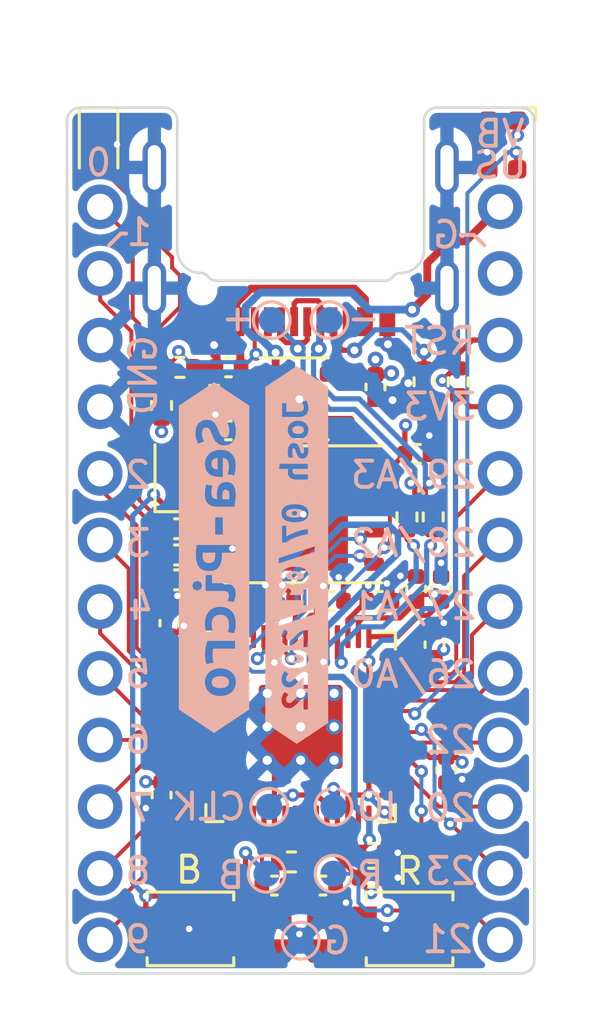
<source format=kicad_pcb>
(kicad_pcb (version 20211014) (generator pcbnew)
  (title_block (title "Sea Micro") (date "2020-12-11") (rev "0.3") (company "Josh Johnson and Custom KBD"))
  (layers (0 "F.Cu" signal) (1 "In1.Cu" signal) (2 "In2.Cu" signal) (31 "B.Cu" signal) (34 "B.Paste" user) (35 "F.Paste" user) (36 "B.SilkS" user "B.Silkscreen") (37 "F.SilkS" user "F.Silkscreen") (38 "B.Mask" user) (39 "F.Mask" user) (44 "Edge.Cuts" user))
  (net 0 "")
  (net 1 "GND")
  (net 4 "+5V")
  (net 5 "VBUS")
  (net 6 "Net-(D2-Pad2)")
  (net 7 "+3V3")
  (net 8 "Net-(J1-PadA5)")
  (net 9 "Net-(J1-PadB5)")
  (net 10 "/nRST")
  (net 11 "Net-(C6-Pad2)")
  (net 12 "Net-(C7-Pad2)")
  (net 13 "+1V1")
  (net 14 "Net-(D1-Pad2)")
  (net 16 "/LED_DO")
  (net 17 "/9")
  (net 18 "/8")
  (net 19 "/7")
  (net 20 "/6")
  (net 21 "/5")
  (net 22 "/4")
  (net 23 "/3_SCL1")
  (net 24 "/2_SDA1")
  (net 25 "/1_RX0")
  (net 26 "/0_TX0")
  (net 27 "/A3")
  (net 28 "/A2")
  (net 29 "/A1")
  (net 30 "/A0")
  (net 31 "/22_SCK")
  (net 32 "/20_MISO")
  (net 33 "/23_MOSI")
  (net 34 "/21_nCS")
  (net 35 "/FLASH_nCS")
  (net 36 "Net-(R4-Pad2)")
  (net 37 "/USB+")
  (net 38 "/USB-")
  (net 39 "Net-(R9-Pad2)")
  (net 40 "/SWDCLK")
  (net 41 "/SWDIO")
  (net 43 "/FLASH_SD1")
  (net 44 "/FLASH_SD2")
  (net 45 "/FLASH_SD0")
  (net 46 "/FLASH_SCK")
  (net 47 "/FLASH_SD3")
  (net 59 "/D+")
  (net 60 "/D-")
  (net 61 "Net-(R10-Pad1)")
  (footprint "josh-connectors:USB_C_TYPE-C-31-M-14" (layer "F.Cu") (at 126.2 80.1 180)
    (fp_text reference "J1" hide)
    (fp_text value "USB_C_Receptacle_USB2.0")
    (fp_line (start -3.2 -1.3) (end 3.2 -1.3) (layer "Edge.Cuts") (width 0.1))
    (fp_line (start -4.70304 4.296872) (end -4.70304 -0.103128) (layer "Edge.Cuts") (width 0.1))
    (fp_line (start 4.70304 4.296872) (end 4.70304 -0.103128) (layer "Edge.Cuts") (width 0.1))
    (fp_arc (start 3.2 -1.3) (mid 3.388713 -1.252686) (end 3.532782 -1.121938) (layer "Edge.Cuts") (width 0.1))
    (fp_arc (start 3.80304 -1.003128) (mid 3.657195 -1.038158) (end 3.532782 -1.121938) (layer "Edge.Cuts") (width 0.1))
    (fp_arc (start -3.532782 -1.121938) (mid -3.657195 -1.038158) (end -3.80304 -1.003128) (layer "Edge.Cuts") (width 0.1))
    (fp_arc (start -3.532782 -1.121938) (mid -3.388713 -1.252687) (end -3.2 -1.3) (layer "Edge.Cuts") (width 0.1))
    (fp_arc (start -4.70304 -0.103128) (mid -4.439436 -0.739524) (end -3.80304 -1.003128) (layer "Edge.Cuts") (width 0.1))
    (fp_arc (start 3.80304 -1.003128) (mid 4.439436 -0.739524) (end 4.70304 -0.103128) (layer "Edge.Cuts") (width 0.1))
  )
  (footprint "josh-connectors:Castellated_Short_P2.54x12" (layer "F.Cu") (at 133.8 78.58)
    (fp_text reference "J3" hide)
    (fp_text value "0.1\" x 12")
  )
  (footprint "josh-connectors:Castellated_Short_P2.54x12" (layer "F.Cu") (at 118.56 106.52 180)
    (fp_text reference "J2" hide)
    (fp_text value "0.1\" x 12")
  )
  (footprint "Button_Switch_SMD:SW_SPST_B3U-1000P" (layer "F.Cu") (at 130.35 106.1 180)
    (fp_text reference "SW2" hide)
    (fp_text value "RESET")
  )
  (footprint "Capacitor_SMD:C_0402_1005Metric" (layer "F.Cu") (at 131.55 93.15 90)
    (fp_text reference "C10" hide)
    (fp_text value "100n")
  )
  (footprint "Capacitor_SMD:C_0402_1005Metric" (layer "F.Cu") (at 128.9 104.15)
    (fp_text reference "C8" hide)
    (fp_text value "100n")
  )
  (footprint "Capacitor_SMD:C_0402_1005Metric" (layer "F.Cu") (at 120.9 101 -90)
    (fp_text reference "C11" hide)
    (fp_text value "100n")
  )
  (footprint "Package_TO_SOT_SMD:SOT-23-5" (layer "F.Cu") (at 126.45 85.9)
    (fp_text reference "U1" hide)
    (fp_text value "AP2112K-3.3")
  )
  (footprint "Resistor_SMD:R_0402_1005Metric" (layer "F.Cu") (at 121.55 91.85)
    (fp_text reference "R10" hide)
    (fp_text value "5K1")
  )
  (footprint "Resistor_SMD:R_0402_1005Metric" (layer "F.Cu") (at 121.55 92.8 180)
    (fp_text reference "R6" hide)
    (fp_text value "5K1")
  )
  (footprint "Resistor_SMD:R_0402_1005Metric" (layer "F.Cu") (at 125.85 103.55 180)
    (fp_text reference "R9" hide)
    (fp_text value "1K")
  )
  (footprint "Resistor_SMD:R_0402_1005Metric" (layer "F.Cu") (at 130.25 90.4 -90)
    (fp_text reference "R7" hide)
    (fp_text value "27R")
  )
  (footprint "Capacitor_SMD:C_0402_1005Metric" (layer "F.Cu") (at 129.05 85.45 -90)
    (fp_text reference "C2" hide)
    (fp_text value "4u7")
  )
  (footprint "Package_SON:WSON-8-1EP_6x5mm_P1.27mm_EP3.4x4.3mm" (layer "F.Cu") (at 126.3 90.3)
    (fp_text reference "U3" hide)
    (fp_text value "W25Q128JVPIQ")
  )
  (footprint "Resistor_SMD:R_0402_1005Metric" (layer "F.Cu") (at 121.55 90.85 180)
    (fp_text reference "R4" hide)
    (fp_text value "1K")
  )
  (footprint "Capacitor_SMD:C_0402_1005Metric" (layer "F.Cu") (at 121.2 94.45 90)
    (fp_text reference "C15" hide)
    (fp_text value "100n")
  )
  (footprint "Capacitor_SMD:C_0402_1005Metric" (layer "F.Cu") (at 127.05 104.45 180)
    (fp_text reference "C7" hide)
    (fp_text value "15p")
  )
  (footprint "Capacitor_SMD:C_0402_1005Metric" (layer "F.Cu") (at 127.35 93.6 180)
    (fp_text reference "C12" hide)
    (fp_text value "2u2")
  )
  (footprint "Capacitor_SMD:C_0402_1005Metric" (layer "F.Cu") (at 123.45 87.1 180)
    (fp_text reference "C1" hide)
    (fp_text value "4u7")
  )
  (footprint "Resistor_SMD:R_0402_1005Metric" (layer "F.Cu") (at 132.2 85.25 90)
    (fp_text reference "R5" hide)
    (fp_text value "5K1")
  )
  (footprint "Resistor_SMD:R_0402_1005Metric" (layer "F.Cu") (at 130.9 85.25 90)
    (fp_text reference "R1" hide)
    (fp_text value "5K1")
  )
  (footprint "josh-passives-smt:Fuse_0603_1608Metric" (layer "F.Cu") (at 122.9 85.9)
    (fp_text reference "F1" hide)
    (fp_text value "500mA")
  )
  (footprint "Button_Switch_SMD:SW_SPST_B3U-1000P" (layer "F.Cu") (at 122 106.1)
    (fp_text reference "SW1" hide)
    (fp_text value "BOOT")
  )
  (footprint "Capacitor_SMD:C_0402_1005Metric" (layer "F.Cu") (at 125.2 104.45 180)
    (fp_text reference "C6" hide)
    (fp_text value "15p")
  )
  (footprint "josh-dfn-qfn:RP2040-QFN-56" (layer "F.Cu") (at 126.2 98.4)
    (fp_text reference "U4" hide)
    (fp_text value "RP2040")
  )
  (footprint "Resistor_SMD:R_0402_1005Metric" (layer "F.Cu") (at 120.9 86.15 90)
    (fp_text reference "R3" hide)
    (fp_text value "1K")
  )
  (footprint "Capacitor_SMD:C_0402_1005Metric" (layer "F.Cu") (at 130.65 88)
    (fp_text reference "C4" hide)
    (fp_text value "100n")
  )
  (footprint "Capacitor_SMD:C_0402_1005Metric" (layer "F.Cu") (at 129.2 93.6)
    (fp_text reference "C9" hide)
    (fp_text value "2u2")
  )
  (footprint "Capacitor_SMD:C_0402_1005Metric" (layer "F.Cu") (at 128.9 103.2)
    (fp_text reference "C17" hide)
    (fp_text value "100n")
  )
  (footprint "Capacitor_SMD:C_0402_1005Metric" (layer "F.Cu") (at 131.75 100.05 -90)
    (fp_text reference "C14" hide)
    (fp_text value "100n")
  )
  (footprint "josh-oscillators:Oscillator_SMD_4Pin_2.5x2.0mm" (layer "F.Cu") (at 126.15 106.3 180)
    (fp_text reference "Y1" hide)
    (fp_text value "12MHz")
  )
  (footprint "LED_SMD:LED_0603_1608Metric" (layer "F.Cu") (at 118.5 76.3 -90)
    (fp_text reference "D2" hide)
    (fp_text value "LED")
  )
  (footprint "Resistor_SMD:R_0402_1005Metric" (layer "F.Cu") (at 121.6 84.7 180)
    (fp_text reference "R2" hide)
    (fp_text value "5K1")
  )
  (footprint "Capacitor_SMD:C_0402_1005Metric" (layer "F.Cu") (at 125.45 93.6 180)
    (fp_text reference "C18" hide)
    (fp_text value "100n")
  )
  (footprint "Diode_SMD:D_SOD-323" (layer "F.Cu") (at 121.5 88.7 90)
    (fp_text reference "D1" hide)
    (fp_text value "B5817WS")
  )
  (footprint "Capacitor_SMD:C_0402_1005Metric" (layer "F.Cu") (at 130.6 93.15 90)
    (fp_text reference "C13" hide)
    (fp_text value "100n")
  )
  (footprint "josh-led:WS2812C-2020" (layer "F.Cu") (at 133.9 76.2 90)
    (fp_text reference "D3" hide)
    (fp_text value "WS2812C-2020")
  )
  (footprint "Capacitor_SMD:C_0402_1005Metric" (layer "F.Cu") (at 123.45 84.7 180)
    (fp_text reference "C3" hide)
    (fp_text value "4u7")
  )
  (footprint "Capacitor_SMD:C_0402_1005Metric" (layer "F.Cu") (at 131.3 95.27 90)
    (fp_text reference "C16" hide)
    (fp_text value "100n")
  )
  (footprint "Resistor_SMD:R_0402_1005Metric" (layer "F.Cu") (at 131.25 90.4 -90)
    (fp_text reference "R8" hide)
    (fp_text value "27R")
  )
  (footprint "TestPoint:TestPoint_Pad_D1.0mm" (layer "B.Cu") (at 127.45 104 180)
    (fp_text reference "TP7" hide)
    (fp_text value "nRST")
  )
  (footprint "TestPoint:TestPoint_Pad_D1.0mm" (layer "B.Cu") (at 125 101.45 180)
    (fp_text reference "TP3" hide)
    (fp_text value "SWDCLK")
  )
  (footprint "TestPoint:TestPoint_Pad_D1.0mm" (layer "B.Cu") (at 127.45 101.45 180)
    (fp_text reference "TP4" hide)
    (fp_text value "SWDIO")
  )
  (footprint "TestPoint:TestPoint_Pad_D1.0mm" (layer "B.Cu") (at 127.3 82.9 180)
    (fp_text reference "TP1" hide)
    (fp_text value "-")
  )
  (footprint "TestPoint:TestPoint_Pad_D1.0mm" (layer "B.Cu") (at 124.9 104 180)
    (fp_text reference "TP5" hide)
    (fp_text value "BOOT")
  )
  (footprint "kibuzzard-61D6DCF8" (layer "B.Cu") (at 122.9 91.95 -90)
    (fp_text reference "kibuzzard-61D6DCF8" hide)
    (fp_text value "G***" hide)
  )
  (footprint "TestPoint:TestPoint_Pad_D1.0mm" (layer "B.Cu") (at 126.2 106.55 180)
    (fp_text reference "TP6" hide)
    (fp_text value "GND")
  )
  (footprint "TestPoint:TestPoint_Pad_D1.0mm" (layer "B.Cu") (at 125.1 82.9 180)
    (fp_text reference "TP2" hide)
    (fp_text value "+")
  )
  (footprint "josh-logos:OSHW_Logo_3.6x3.6_F.Mask" (layer "B.Cu") (at 121.95 106 180)
    (fp_text reference "LOGO1" hide)
    (fp_text value "Logo_Open_Hardware_Small" hide)
  )
  (footprint "kibuzzard-61D6E17D" (layer "B.Cu") (at 126.05 91.85 -90)
    (fp_text reference "kibuzzard-61D6E17D" hide)
    (fp_text value "G***" hide)
  )
  (gr_line (start 119.35 79.6) (end 118.9 80.05) (layer "B.SilkS") (width 0.15))
  (gr_line (start 119.35 79.6) (end 119.55 79.6) (layer "B.SilkS") (width 0.15))
  (gr_line (start 132.3 79.65) (end 132.8 79.65) (layer "B.SilkS") (width 0.15))
  (gr_line (start 132.8 79.65) (end 133.2 80.05) (layer "B.SilkS") (width 0.15))
  (gr_line (start 117.3 75.3) (end 117.3 107.3) (layer "Edge.Cuts") (width 0.1))
  (gr_line (start 117.8 107.8) (end 134.6 107.8) (layer "Edge.Cuts") (width 0.1))
  (gr_line (start 131.4 74.8) (end 134.6 74.8) (layer "Edge.Cuts") (width 0.1))
  (gr_line (start 121 74.8) (end 117.8 74.8) (layer "Edge.Cuts") (width 0.1))
  (gr_arc (start 130.9 75.3) (mid 131.046447 74.946447) (end 131.4 74.8) (layer "Edge.Cuts") (width 0.1))
  (gr_line (start 121.49696 75.803128) (end 121.5 75.3) (layer "Edge.Cuts") (width 0.1))
  (gr_line (start 130.90304 75.803128) (end 130.9 75.3) (layer "Edge.Cuts") (width 0.1))
  (gr_arc (start 117.3 75.3) (mid 117.446447 74.946447) (end 117.8 74.8) (layer "Edge.Cuts") (width 0.1))
  (gr_line (start 135.1 107.3) (end 135.1 75.3) (layer "Edge.Cuts") (width 0.1))
  (gr_arc (start 135.1 107.3) (mid 134.953553 107.653553) (end 134.6 107.8) (layer "Edge.Cuts") (width 0.1))
  (gr_arc (start 134.6 74.8) (mid 134.953553 74.946447) (end 135.1 75.3) (layer "Edge.Cuts") (width 0.1))
  (gr_arc (start 117.8 107.8) (mid 117.446447 107.653553) (end 117.3 107.3) (layer "Edge.Cuts") (width 0.1))
  (gr_arc (start 121 74.8) (mid 121.353553 74.946447) (end 121.5 75.3) (layer "Edge.Cuts") (width 0.1))
  (gr_text "23" (at 131.9 103.9) (layer "B.SilkS") (effects (font (size 1 1)) (justify mirror)))
  (gr_text "21" (at 131.8 106.5) (layer "B.SilkS") (effects (font (size 1 1)) (justify mirror)))
  (gr_text "GND" (at 120.2 85 90) (layer "B.SilkS") (effects (font (size 1 1)) (justify mirror)))
  (gr_text "27/A1" (at 130.5 93.8) (layer "B.SilkS") (effects (font (size 1 1)) (justify mirror)))
  (gr_text "G" (at 131.75 79.65) (layer "B.SilkS") (effects (font (size 1 1)) (justify mirror)))
  (gr_text "4" (at 120.1 93.8) (layer "B.SilkS") (effects (font (size 1 1)) (justify mirror)))
  (gr_text "7" (at 120.1 101.5) (layer "B.SilkS") (effects (font (size 1 1)) (justify mirror)))
  (gr_text "9" (at 120 106.5) (layer "B.SilkS") (effects (font (size 1 1)) (justify mirror)))
  (gr_text "1" (at 120.05 79.55) (layer "B.SilkS") (effects (font (size 1 1)) (justify mirror)))
  (gr_text "B" (at 123.55 104.05) (layer "B.SilkS") (effects (font (size 1 1)) (justify mirror)))
  (gr_text "3" (at 120 91.4) (layer "B.SilkS") (effects (font (size 1 1)) (justify mirror)))
  (gr_text "R" (at 128.85 104.05) (layer "B.SilkS") (effects (font (size 1 1)) (justify mirror)))
  (gr_text "US" (at 133.8 77) (layer "B.SilkS") (effects (font (size 1 1)) (justify mirror)))
  (gr_text "28/A2" (at 130.5 91.4) (layer "B.SilkS") (effects (font (size 1 1)) (justify mirror)))
  (gr_text "RST" (at 131.5 83.7) (layer "B.SilkS") (effects (font (size 1 1)) (justify mirror)))
  (gr_text "29/A3" (at 130.5 88.8) (layer "B.SilkS") (effects (font (size 1 1)) (justify mirror)))
  (gr_text "VB" (at 133.8 75.8) (layer "B.SilkS") (effects (font (size 1 1)) (justify mirror)))
  (gr_text "+" (at 123.8 82.8) (layer "B.SilkS") (effects (font (size 1 1)) (justify mirror)))
  (gr_text "CLK" (at 122.7 101.45) (layer "B.SilkS") (effects (font (size 1 1)) (justify mirror)))
  (gr_text "26/A0" (at 130.5 96.4) (layer "B.SilkS") (effects (font (size 1 1)) (justify mirror)))
  (gr_text "IO" (at 129.1 101.45) (layer "B.SilkS") (effects (font (size 1 1)) (justify mirror)))
  (gr_text "5" (at 120 96.4) (layer "B.SilkS") (effects (font (size 1 1)) (justify mirror)))
  (gr_text "G" (at 127.6 106.55) (layer "B.SilkS") (effects (font (size 1 1)) (justify mirror)))
  (gr_text "8" (at 120 103.9) (layer "B.SilkS") (effects (font (size 1 1)) (justify mirror)))
  (gr_text "0" (at 118.5 76.9) (layer "B.SilkS") (effects (font (size 1 1)) (justify mirror)))
  (gr_text "2" (at 120 88.8) (layer "B.SilkS") (effects (font (size 1 1)) (justify mirror)))
  (gr_text "20" (at 131.9 101.5) (layer "B.SilkS") (effects (font (size 1 1)) (justify mirror)))
  (gr_text "-" (at 128.6 82.8) (layer "B.SilkS") (effects (font (size 1 1)) (justify mirror)))
  (gr_text "22" (at 131.9 98.9) (layer "B.SilkS") (effects (font (size 1 1)) (justify mirror)))
  (gr_text "6" (at 120 98.9) (layer "B.SilkS") (effects (font (size 1 1)) (justify mirror)))
  (gr_text "3V3" (at 131.5 86.2) (layer "B.SilkS") (effects (font (size 1 1)) (justify mirror)))
  (gr_text "R" (at 130.35 103.9) (layer "F.SilkS") (effects (font (size 1 1))))
  (gr_text "B" (at 121.95 103.85) (layer "F.SilkS") (effects (font (size 1 1))))
  (segment (start 131.649529 94.440471) (end 131.651967 94.440471) (width 0.2) (layer "F.Cu") (net 1))
  (segment (start 124.97 93.119503) (end 124.850497 93) (width 0.2) (layer "F.Cu") (net 1))
  (segment (start 118.5125 75.5125) (end 119.2 76.2) (width 0.15) (layer "F.Cu") (net 1))
  (segment (start 125.3125 85.9) (end 126.140045 85.9) (width 0.3) (layer "F.Cu") (net 1))
  (segment (start 125.3 105.65) (end 125.3 104.83) (width 0.2) (layer "F.Cu") (net 1))
  (segment (start 127.83 93.6) (end 127.83 92.88) (width 0.2) (layer "F.Cu") (net 1))
  (segment (start 129.38 104.15) (end 129.9 104.15) (width 0.25) (layer "F.Cu") (net 1))
  (segment (start 132.22 100.53) (end 132.35 100.4) (width 0.2) (layer "F.Cu") (net 1))
  (segment (start 131.3 94.79) (end 131.649529 94.440471) (width 0.2) (layer "F.Cu") (net 1))
  (segment (start 125.5 105.65) (end 126.15 106.3) (width 0.25) (layer "F.Cu") (net 1))
  (segment (start 130.76 85.76) (end 130.3 85.3) (width 0.2) (layer "F.Cu") (net 1))
  (segment (start 129.68 93.6) (end 129.68 93.130001) (width 0.2) (layer "F.Cu") (net 1))
  (segment (start 126.15 106.3) (end 126.8 106.95) (width 0.25) (layer "F.Cu") (net 1))
  (segment (start 131.13 87.33) (end 131.1 87.3) (width 0.2) (layer "F.Cu") (net 1))
  (segment (start 122.97 87.1) (end 122.97 86.52) (width 0.3) (layer "F.Cu") (net 1))
  (segment (start 121.2 93.97) (end 121.504554 93.665446) (width 0.2) (layer "F.Cu") (net 1))
  (segment (start 122.9 82.96) (end 122.9 83.85) (width 0.3) (layer "F.Cu") (net 1))
  (segment (start 129.5 82.96) (end 129.5 83.795304) (width 0.3) (layer "F.Cu") (net 1))
  (segment (start 128.65 106.1) (end 129.45 106.1) (width 0.2) (layer "F.Cu") (net 1))
  (segment (start 122.9 84.2) (end 123 84.3) (width 0.3) (layer "F.Cu") (net 1))
  (segment (start 123.6 91.606046) (end 123.596977 91.603023) (width 0.2) (layer "F.Cu") (net 1))
  (segment (start 130.57 92.67) (end 130.55 92.65) (width 0.2) (layer "F.Cu") (net 1))
  (segment (start 125.3 105.65) (end 125.5 105.65) (width 0.25) (layer "F.Cu") (net 1))
  (segment (start 125.2 101.8375) (end 125.2 99.95) (width 0.2) (layer "F.Cu") (net 1))
  (segment (start 131.75 100.53) (end 132.22 100.53) (width 0.2) (layer "F.Cu") (net 1))
  (segment (start 127.83 92.88) (end 127.65 92.7) (width 0.2) (layer "F.Cu") (net 1))
  (segment (start 130.9 85.76) (end 130.76 85.76) (width 0.2) (layer "F.Cu") (net 1))
  (segment (start 130.55 92.65) (end 130 92.65) (width 0.2) (layer "F.Cu") (net 1))
  (segment (start 133.35 76.55) (end 133.3 76.5) (width 0.2) (layer "F.Cu") (net 1))
  (segment (start 131.13 88) (end 131.13 87.33) (width 0.2) (layer "F.Cu") (net 1))
  (segment (start 120.3195 101.48) (end 120.2995 101.5) (width 0.2) (layer "F.Cu") (net 1))
  (segment (start 123 84.67) (end 122.97 84.7) (width 0.3) (layer "F.Cu") (net 1))
  (segment (start 121.504554 93.665446) (end 121.504554 93.405815) (width 0.2) (layer "F.Cu") (net 1))
  (segment (start 127.53 104.7045) (end 127.9255 105.1) (width 0.25) (layer "F.Cu") (net 1))
  (segment (start 129.05 85.93) (end 129.07 85.95) (width 0.3) (layer "F.Cu") (net 1))
  (segment (start 129.07 85.95) (end 129.7 85.95) (width 0.3) (layer "F.Cu") (net 1))
  (segment (start 122.9 83.85) (end 122.9 84.2) (width 0.3) (layer "F.Cu") (net 1))
  (segment (start 122.97 84.7) (end 122.11 84.7) (width 0.3) (layer "F.Cu") (net 1))
  (segment (start 127.53 104.45) (end 127.53 104.7045) (width 0.25) (layer "F.Cu") (net 1))
  (segment (start 125.3 104.83) (end 125.68 104.45) (width 0.2) (layer "F.Cu") (net 1))
  (segment (start 129.5 83.795304) (end 129.524613 83.819917) (width 0.3) (layer "F.Cu") (net 1))
  (segment (start 118.5 75.5125) (end 118.5125 75.5125) (width 0.15) (layer "F.Cu") (net 1))
  (segment (start 131.55 92.67) (end 131.55 92.15) (width 0.2) (layer "F.Cu") (net 1))
  (segment (start 133.35 77.15) (end 133.35 76.55) (width 0.2) (layer "F.Cu") (net 1))
  (segment (start 123.6 92.205) (end 123.6 91.606046) (width 0.2) (layer "F.Cu") (net 1))
  (segment (start 129.68 93.130001) (end 129.485672 92.935673) (width 0.2) (layer "F.Cu") (net 1))
  (segment (start 124.97 93.6) (end 124.97 93.119503) (width 0.2) (layer "F.Cu") (net 1))
  (segment (start 126.140045 85.9) (end 126.151561 85.911516) (width 0.3) (layer "F.Cu") (net 1))
  (segment (start 126.8 106.95) (end 127 106.95) (width 0.25) (layer "F.Cu") (net 1))
  (segment (start 123 84.3) (end 123 84.67) (width 0.3) (layer "F.Cu") (net 1))
  (segment (start 129.38 103.2) (end 129.9 103.2) (width 0.25) (layer "F.Cu") (net 1))
  (segment (start 120.9 101.48) (end 120.3195 101.48) (width 0.2) (layer "F.Cu") (net 1))
  (segment (start 122.97 86.52) (end 122.95 86.5) (width 0.3) (layer "F.Cu") (net 1))
  (segment (start 125.2 99.95) (end 124.925 99.675) (width 0.2) (layer "F.Cu") (net 1))
  (segment (start 123.7 106.1) (end 121.95 106.1) (width 0.2) (layer "F.Cu") (net 1))
  (via (at 122.95 86.5) (size 0.5) (drill 0.25) (layers "F.Cu" "B.Cu") (net 1))
  (via (at 131.1 87.3) (size 0.5) (drill 0.25) (layers "F.Cu" "B.Cu") (net 1))
  (via (at 133.3 76.5) (size 0.5) (drill 0.25) (layers "F.Cu" "B.Cu") (net 1))
  (via (at 129.485672 92.935673) (size 0.5) (drill 0.25) (layers "F.Cu" "B.Cu") (net 1))
  (via (at 119.2 76.2) (size 0.5) (drill 0.25) (layers "F.Cu" "B.Cu") (net 1))
  (via (at 130.3 85.3) (size 0.6) (drill 0.3) (layers "F.Cu" "B.Cu") (net 1))
  (via (at 126.3 90.3) (size 0.5) (drill 0.25) (layers "F.Cu" "B.Cu") (net 1))
  (via (at 120.2995 101.5) (size 0.5) (drill 0.25) (layers "F.Cu" "B.Cu") (net 1))
  (via (at 126.151561 85.911516) (size 0.6) (drill 0.3) (layers "F.Cu" "B.Cu") (net 1))
  (via (at 127.65 92.7) (size 0.5) (drill 0.25) (layers "F.Cu" "B.Cu") (net 1))
  (via (at 122.9 83.85) (size 0.6) (drill 0.3) (layers "F.Cu" "B.Cu") (net 1))
  (via (at 127.9255 105.1) (size 0.5) (drill 0.25) (layers "F.Cu" "B.Cu") (net 1))
  (via (at 129.9 103.2) (size 0.5) (drill 0.25) (layers "F.Cu" "B.Cu") (net 1))
  (via (at 129.7 85.95) (size 0.6) (drill 0.3) (layers "F.Cu" "B.Cu") (net 1))
  (via (at 130 92.65) (size 0.5) (drill 0.25) (layers "F.Cu" "B.Cu") (net 1))
  (via (at 132.35 100.4) (size 0.5) (drill 0.25) (layers "F.Cu" "B.Cu") (net 1))
  (via (at 131.55 92.15) (size 0.5) (drill 0.25) (layers "F.Cu" "B.Cu") (net 1))
  (via (at 121.504554 93.405815) (size 0.5) (drill 0.25) (layers "F.Cu" "B.Cu") (net 1))
  (via (at 129.9 104.15) (size 0.5) (drill 0.25) (layers "F.Cu" "B.Cu") (net 1))
  (via (at 126.15 106.3) (size 0.5) (drill 0.25) (layers "F.Cu" "B.Cu") (net 1))
  (via (at 131.651967 94.440471) (size 0.5) (drill 0.25) (layers "F.Cu" "B.Cu") (net 1))
  (via (at 129.45 106.1) (size 0.5) (drill 0.25) (layers "F.Cu" "B.Cu") (net 1))
  (via (at 121.95 106.1) (size 0.5) (drill 0.25) (layers "F.Cu" "B.Cu") (net 1))
  (via (at 123.596977 91.603023) (size 0.5) (drill 0.25) (layers "F.Cu" "B.Cu") (net 1))
  (via (at 129.524613 83.819917) (size 0.6) (drill 0.3) (layers "F.Cu" "B.Cu") (net 1))
  (via (at 124.850497 93) (size 0.5) (drill 0.25) (layers "F.Cu" "B.Cu") (net 1))
  (segment (start 124.18 86.85) (end 125.3125 86.85) (width 0.3) (layer "F.Cu") (net 4))
  (segment (start 126.15 84.95) (end 125.3125 84.95) (width 0.3) (layer "F.Cu") (net 4))
  (segment (start 125.245413 84.882913) (end 125.245413 84.136994) (width 0.3) (layer "F.Cu") (net 4))
  (segment (start 131.85 79.9) (end 131.02548 80.72452) (width 0.3) (layer "F.Cu") (net 4))
  (segment (start 131.02548 81.92452) (end 130.45 82.5) (width 0.3) (layer "F.Cu") (net 4))
  (segment (start 131.02548 80.72452) (end 131.02548 81.92452) (width 0.3) (layer "F.Cu") (net 4))
  (segment (start 123.901575 87.1) (end 123.93 87.1) (width 0.3) (layer "F.Cu") (net 4))
  (segment (start 133.8 78.58) (end 132.48 79.9) (width 0.3) (layer "F.Cu") (net 4))
  (segment (start 126.2 86.85) (end 126.8 86.25) (width 0.3) (layer "F.Cu") (net 4))
  (segment (start 126.8 86.25) (end 126.8 85.6) (width 0.3) (layer "F.Cu") (net 4))
  (segment (start 122.05 88.5) (end 122.501575 88.5) (width 0.3) (layer "F.Cu") (net 4))
  (segment (start 123.93 87.1) (end 124.18 86.85) (width 0.3) (layer "F.Cu") (net 4))
  (segment (start 125.3125 84.95) (end 125.245413 84.882913) (width 0.3) (layer "F.Cu") (net 4))
  (segment (start 126.8 85.6) (end 126.15 84.95) (width 0.3) (layer "F.Cu") (net 4))
  (segment (start 122.501575 88.5) (end 123.901575 87.1) (width 0.3) (layer "F.Cu") (net 4))
  (segment (start 121.5 89.05) (end 122.05 88.5) (width 0.3) (layer "F.Cu") (net 4))
  (segment (start 132.48 79.9) (end 131.85 79.9) (width 0.3) (layer "F.Cu") (net 4))
  (segment (start 125.3125 86.85) (end 126.2 86.85) (width 0.3) (layer "F.Cu") (net 4))
  (segment (start 121.5 89.75) (end 121.5 89.05) (width 0.3) (layer "F.Cu") (net 4))
  (via (at 130.45 82.5) (size 0.6) (drill 0.3) (layers "F.Cu" "B.Cu") (net 4))
  (via (at 125.245413 84.136994) (size 0.6) (drill 0.3) (layers "F.Cu" "B.Cu") (net 4))
  (segment (start 128.8 82.5) (end 130.45 82.5) (width 0.3) (layer "B.Cu") (net 4))
  (segment (start 128.15 81.85) (end 128.8 82.5) (width 0.3) (layer "B.Cu") (net 4))
  (segment (start 124.400499 83.550499) (end 124.1 83.25) (width 0.3) (layer "B.Cu") (net 4))
  (segment (start 124.1 82.4) (end 124.65 81.85) (width 0.3) (layer "B.Cu") (net 4))
  (segment (start 124.1 83.25) (end 124.1 82.4) (width 0.3) (layer "B.Cu") (net 4))
  (segment (start 124.65 81.85) (end 128.15 81.85) (width 0.3) (layer "B.Cu") (net 4))
  (segment (start 125.214107 84.136994) (end 124.627612 83.550499) (width 0.3) (layer "B.Cu") (net 4))
  (segment (start 124.627612 83.550499) (end 124.400499 83.550499) (width 0.3) (layer "B.Cu") (net 4))
  (segment (start 125.245413 84.136994) (end 125.214107 84.136994) (width 0.3) (layer "B.Cu") (net 4))
  (segment (start 123.75 84) (end 123.75 82.96) (width 0.3) (layer "F.Cu") (net 5))
  (segment (start 124.3 81.7) (end 128.25 81.7) (width 0.3) (layer "F.Cu") (net 5))
  (segment (start 123.93 85.6575) (end 123.6875 85.9) (width 0.3) (layer "F.Cu") (net 5))
  (segment (start 123.9 84.15) (end 123.75 84) (width 0.3) (layer "F.Cu") (net 5))
  (segment (start 123.93 84.7) (end 123.93 85.6575) (width 0.3) (layer "F.Cu") (net 5))
  (segment (start 123.93 84.7) (end 123.9 84.67) (width 0.3) (layer "F.Cu") (net 5))
  (segment (start 123.75 82.25) (end 124.3 81.7) (width 0.3) (layer "F.Cu") (net 5))
  (segment (start 128.65 82.1) (end 128.65 82.96) (width 0.3) (layer "F.Cu") (net 5))
  (segment (start 128.25 81.7) (end 128.65 82.1) (width 0.3) (layer "F.Cu") (net 5))
  (segment (start 123.9 84.67) (end 123.9 84.15) (width 0.3) (layer "F.Cu") (net 5))
  (segment (start 123.75 82.96) (end 123.75 82.25) (width 0.3) (layer "F.Cu") (net 5))
  (segment (start 119.95048 78.450891) (end 118.587089 77.0875) (width 0.15) (layer "F.Cu") (net 6))
  (segment (start 120.4 83.6) (end 121.6 82.4) (width 0.15) (layer "F.Cu") (net 6))
  (segment (start 120.4 85.14) (end 120.4 83.6) (width 0.15) (layer "F.Cu") (net 6))
  (segment (start 119.95048 79.15048) (end 119.95048 78.450891) (width 0.15) (layer "F.Cu") (net 6))
  (segment (start 121.3 80.9) (end 121.3 80.5) (width 0.15) (layer "F.Cu") (net 6))
  (segment (start 120.9 85.64) (end 120.4 85.14) (width 0.15) (layer "F.Cu") (net 6))
  (segment (start 121.6 82.4) (end 121.6 81.2) (width 0.15) (layer "F.Cu") (net 6))
  (segment (start 121.3 80.5) (end 119.95048 79.15048) (width 0.15) (layer "F.Cu") (net 6))
  (segment (start 118.587089 77.0875) (end 118.5 77.0875) (width 0.15) (layer "F.Cu") (net 6))
  (segment (start 121.6 81.2) (end 121.3 80.9) (width 0.15) (layer "F.Cu") (net 6))
  (segment (start 120.327456 100.52) (end 120.2995 100.492044) (width 0.2) (layer "F.Cu") (net 7))
  (segment (start 130.17 88) (end 130.17 86.93) (width 0.2) (layer "F.Cu") (net 7))
  (segment (start 122.06 94.24) (end 121.75 94.55) (width 0.15) (layer "F.Cu") (net 7))
  (segment (start 122.06 92.8) (end 122.06 94.24) (width 0.15) (layer "F.Cu") (net 7))
  (segment (start 130.88 93.35) (end 131.3 93.35) (width 0.2) (layer "F.Cu") (net 7))
  (segment (start 126.8 94.9625) (end 126.8 94.15) (width 0.2) (layer "F.Cu") (net 7))
  (segment (start 121.37 94.93) (end 121.75 94.55) (width 0.2) (layer "F.Cu") (net 7))
  (segment (start 131.55 93.65) (end 131.55 93.63) (width 0.2) (layer "F.Cu") (net 7))
  (segment (start 130.17 86.93) (end 130.2 86.9) (width 0.2) (layer "F.Cu") (net 7))
  (segment (start 121.5 99.4) (end 120.9 100) (width 0.2) (layer "F.Cu") (net 7))
  (segment (start 129.8875 94.9625) (end 130.7 94.15) (width 0.2) (layer "F.Cu") (net 7))
  (segment (start 128.564284 94.25) (end 129.98 94.25) (width 0.2) (layer "F.Cu") (net 7))
  (segment (start 126.8 94.15) (end 126.8 93.67) (width 0.2) (layer "F.Cu") (net 7))
  (segment (start 122.1 95.8) (end 122.7625 95.8) (width 0.2) (layer "F.Cu") (net 7))
  (segment (start 126.87 93.6) (end 126.87 93.218901) (width 0.2) (layer "F.Cu") (net 7))
  (segment (start 127.6075 84.97) (end 127.5875 84.95) (width 0.3) (layer "F.Cu") (net 7))
  (segment (start 134.45 75.3) (end 134.45 75.844134) (width 0.2) (layer "F.Cu") (net 7))
  (segment (start 129.6375 95.8) (end 131.25 95.8) (width 0.2) (layer "F.Cu") (net 7))
  (segment (start 126.8 93.67) (end 126.87 93.6) (width 0.2) (layer "F.Cu") (net 7))
  (segment (start 131.3 93.38) (end 131.3 93.35) (width 0.2) (layer "F.Cu") (net 7))
  (segment (start 126.87 93.218901) (end 127.058296 93.030605) (width 0.2) (layer "F.Cu") (net 7))
  (segment (start 126.4 94.9625) (end 126.4 94.35) (width 0.2) (layer "F.Cu") (net 7))
  (segment (start 131.55 93.63) (end 131.3 93.38) (width 0.2) (layer "F.Cu") (net 7))
  (segment (start 128.42 104.261794) (end 128.880264 104.722058) (width 0.2) (layer "F.Cu") (net 7))
  (segment (start 126.4 94.35) (end 126.6 94.15) (width 0.2) (layer "F.Cu") (net 7))
  (segment (start 126.4 102.594283) (end 126.805228 102.999511) (width 0.2) (layer "F.Cu") (net 7))
  (segment (start 129.05 84.97) (end 129.604944 84.97) (width 0.3) (layer "F.Cu") (net 7))
  (segment (start 130.7 94.15) (end 131.05 94.15) (width 0.2) (layer "F.Cu") (net 7))
  (segment (start 129.775 88.395) (end 129 88.395) (width 0.2) (layer "F.Cu") (net 7))
  (segment (start 131.3 95.75) (end 131.35 95.75) (width 0.2) (layer "F.Cu") (net 7))
  (segment (start 129.604944 84.97) (end 129.652596 84.922348) (width 0.3) (layer "F.Cu") (net 7))
  (segment (start 130.17 88) (end 129.775 88.395) (width 0.2) (layer "F.Cu") (net 7))
  (segment (start 127.269511 102.999511) (end 128.42 104.15) (width 0.2) (layer "F.Cu") (net 7))
  (segment (start 130.6 93.63) (end 130.88 93.35) (width 0.2) (layer "F.Cu") (net 7))
  (segment (start 132.17 99.57) (end 132.35 99.75) (width 0.2) (layer "F.Cu") (net 7))
  (segment (start 131.75 99.57) (end 132.17 99.57) (width 0.2) (layer "F.Cu") (net 7))
  (segment (start 130.95 99.4) (end 131.12 99.57) (width 0.2) (layer "F.Cu") (net 7))
  (segment (start 126.6 94.15) (end 126.8 94.15) (width 0.2) (layer "F.Cu") (net 7))
  (segment (start 128.4 94.9625) (end 128.4 94.414284) (width 0.2) (layer "F.Cu") (net 7))
  (segment (start 129.98 94.25) (end 130.6 93.63) (width 0.2) (layer "F.Cu") (net 7))
  (segment (start 121.2 94.93) (end 121.23 94.93) (width 0.2) (layer "F.Cu") (net 7))
  (segment (start 132.21 85.76) (end 132.65 86.2) (width 0.2) (layer "F.Cu") (net 7))
  (segment (start 120.9 100) (end 120.9 100.52) (width 0.2) (layer "F.Cu") (net 7))
  (segment (start 122.7625 99.4) (end 121.5 99.4) (width 0.2) (layer "F.Cu") (net 7))
  (segment (start 121.23 94.93) (end 122.1 95.8) (width 0.2) (layer "F.Cu") (net 7))
  (segment (start 128.42 104.15) (end 128.42 104.261794) (width 0.2) (layer "F.Cu") (net 7))
  (segment (start 132.65 86.2) (end 133.8 86.2) (width 0.2) (layer "F.Cu") (net 7))
  (segment (start 131.35 95.75) (end 131.65 95.45) (width 0.2) (layer "F.Cu") (net 7))
  (segment (start 126.4 101.8375) (end 126.4 102.594283) (width 0.2) (layer "F.Cu") (net 7))
  (segment (start 129.05 84.97) (end 127.6075 84.97) (width 0.3) (layer "F.Cu") (net 7))
  (segment (start 121.2 94.93) (end 121.37 94.93) (width 0.2) (layer "F.Cu") (net 7))
  (segment (start 132.2 85.76) (end 132.21 85.76) (width 0.2) (layer "F.Cu") (net 7))
  (segment (start 120.9 86.66) (end 120.9 87.15) (width 0.3) (layer "F.Cu") (net 7))
  (segment (start 131.25 95.8) (end 131.3 95.75) (width 0.2) (layer "F.Cu") (net 7))
  (segment (start 120.9 100.52) (end 120.327456 100.52) (width 0.2) (layer "F.Cu") (net 7))
  (segment (start 129.05 84.97) (end 129.05 84.4) (width 0.3) (layer "F.Cu") (net 7))
  (segment (start 129.6375 99.4) (end 130.95 99.4) (width 0.2) (layer "F.Cu") (net 7))
  (segment (start 128.8 94.9625) (end 129.8875 94.9625) (width 0.2) (layer "F.Cu") (net 7))
  (segment (start 126.805228 102.999511) (end 127.269511 102.999511) (width 0.2) (layer "F.Cu") (net 7))
  (segment (start 128.4 94.414284) (end 128.564284 94.25) (width 0.2) (layer "F.Cu") (net 7))
  (segment (start 131.12 99.57) (end 131.75 99.57) (width 0.2) (layer "F.Cu") (net 7))
  (segment (start 134.45 75.844134) (end 134.459053 75.853187) (width 0.2) (layer "F.Cu") (net 7))
  (segment (start 131.05 94.15) (end 131.55 93.65) (width 0.2) (layer "F.Cu") (net 7))
  (via (at 131.3 93.35) (size 0.5) (drill 0.25) (layers "F.Cu" "B.Cu") (net 7))
  (via (at 129.05 84.4) (size 0.6) (drill 0.3) (layers "F.Cu" "B.Cu") (net 7))
  (via (at 128.880264 104.722058) (size 0.5) (drill 0.25) (layers "F.Cu" "B.Cu") (net 7))
  (via (at 132.35 99.75) (size 0.5) (drill 0.25) (layers "F.Cu" "B.Cu") (net 7))
  (via (at 121.75 94.55) (size 0.5) (drill 0.25) (layers "F.Cu" "B.Cu") (net 7))
  (via (at 131.65 95.45) (size 0.5) (drill 0.25) (layers "F.Cu" "B.Cu") (net 7))
  (via (at 127.058296 93.030605) (size 0.5) (drill 0.25) (layers "F.Cu" "B.Cu") (net 7))
  (via (at 120.9 87.15) (size 0.5) (drill 0.25) (layers "F.Cu" "B.Cu") (net 7))
  (via (at 130.2 86.9) (size 0.5) (drill 0.25) (layers "F.Cu" "B.Cu") (net 7))
  (via (at 120.2995 100.492044) (size 0.5) (drill 0.25) (layers "F.Cu" "B.Cu") (net 7))
  (via (at 134.459053 75.853187) (size 0.5) (drill 0.25) (layers "F.Cu" "B.Cu") (net 7))
  (via (at 129.652596 84.922348) (size 0.6) (drill 0.3) (layers "F.Cu" "B.Cu") (net 7))
  (segment (start 130.9 84.1) (end 130.9 84.74) (width 0.2) (layer "F.Cu") (net 8))
  (segment (start 127.8 84.05) (end 128.25 84.05) (width 0.2) (layer "F.Cu") (net 8))
  (segment (start 127.45 83.7) (end 127.75 84) (width 0.2) (layer "F.Cu") (net 8))
  (segment (start 127.75 84) (end 127.8 84.05) (width 0.2) (layer "F.Cu") (net 8))
  (segment (start 127.45 82.96) (end 127.45 83.7) (width 0.2) (layer "F.Cu") (net 8))
  (via (at 128.25 84.05) (size 0.6) (drill 0.3) (layers "F.Cu" "B.Cu") (net 8))
  (via (at 130.899998 84.1) (size 0.6) (drill 0.3) (layers "F.Cu" "B.Cu") (net 8))
  (segment (start 130.070414 83.270416) (end 130.899998 84.1) (width 0.2) (layer "B.Cu") (net 8))
  (segment (start 129.029584 83.270416) (end 130.070414 83.270416) (width 0.2) (layer "B.Cu") (net 8))
  (segment (start 128.25 84.05) (end 129.029584 83.270416) (width 0.2) (layer "B.Cu") (net 8))
  (segment (start 124.45 82.96) (end 124.45 84.15) (width 0.15) (layer "F.Cu") (net 9))
  (segment (start 121.55 84.24) (end 121.55 84.1) (width 0.15) (layer "F.Cu") (net 9))
  (segment (start 121.09 84.7) (end 121.55 84.24) (width 0.15) (layer "F.Cu") (net 9))
  (segment (start 124.45 84.15) (end 124.5 84.2) (width 0.15) (layer "F.Cu") (net 9))
  (via (at 124.5 84.2) (size 0.5) (drill 0.25) (layers "F.Cu" "B.Cu") (net 9))
  (via (at 121.55 84.1) (size 0.5) (drill 0.25) (layers "F.Cu" "B.Cu") (net 9))
  (segment (start 121.95 84.5) (end 121.55 84.1) (width 0.15) (layer "B.Cu") (net 9))
  (segment (start 124.2 84.5) (end 121.95 84.5) (width 0.15) (layer "B.Cu") (net 9))
  (segment (start 124.5 84.2) (end 124.2 84.5) (width 0.15) (layer "B.Cu") (net 9))
  (segment (start 132.06 84.74) (end 131.6 85.2) (width 0.2) (layer "F.Cu") (net 10))
  (segment (start 132.2 84.74) (end 132.06 84.74) (width 0.2) (layer "F.Cu") (net 10))
  (segment (start 128.8 95.9) (end 128.8 101) (width 0.2) (layer "F.Cu") (net 10))
  (segment (start 132.2 84.2) (end 132.74 83.66) (width 0.2) (layer "F.Cu") (net 10))
  (segment (start 128 101.8375) (end 128 101.1) (width 0.2) (layer "F.Cu") (net 10))
  (segment (start 132.05 104.3) (end 132.05 106.1) (width 0.2) (layer "F.Cu") (net 10))
  (segment (start 130.15 105.4) (end 130.85 106.1) (width 0.15) (layer "F.Cu") (net 10))
  (segment (start 130.7 102.95) (end 132.05 104.3) (width 0.2) (layer "F.Cu") (net 10))
  (segment (start 130.7 102.95) (end 129.4 101.65) (width 0.2) (layer "F.Cu") (net 10))
  (segment (start 132.2 84.74) (end 132.2 84.2) (width 0.2) (layer "F.Cu") (net 10))
  (segment (start 128.1 101) (end 128.8 101) (width 0.2) (layer "F.Cu") (net 10))
  (segment (start 129.5 105.4) (end 130.15 105.4) (width 0.15) (layer "F.Cu") (net 10))
  (segment (start 130.85 106.1) (end 132.05 106.1) (width 0.15) (layer "F.Cu") (net 10))
  (segment (start 132.74 83.66) (end 133.8 83.66) (width 0.2) (layer "F.Cu") (net 10))
  (segment (start 128 101.1) (end 128.1 101) (width 0.2) (layer "F.Cu") (net 10))
  (via (at 129.4 101.65) (size 0.5) (drill 0.25) (layers "F.Cu" "B.Cu") (net 10))
  (via (at 129.5 105.4) (size 0.5) (drill 0.25) (layers "F.Cu" "B.Cu") (net 10))
  (via (at 128.8 95.9) (size 0.5) (drill 0.25) (layers "F.Cu" "B.Cu") (net 10))
  (via (at 131.6 85.2) (size 0.5) (drill 0.25) (layers "F.Cu" "B.Cu") (net 10))
  (via (at 128.8 101) (size 0.5) (drill 0.25) (layers "F.Cu" "B.Cu") (net 10))
  (segment (start 128.8 95.6) (end 129.3 95.1) (width 0.2) (layer "B.Cu") (net 10))
  (segment (start 130.9 93.9) (end 131.5 93.9) (width 0.2) (layer "B.Cu") (net 10))
  (segment (start 132.1 93.3) (end 132.1 85.7) (width 0.2) (layer "B.Cu") (net 10))
  (segment (start 129.3 95.1) (end 129.7 95.1) (width 0.2) (layer "B.Cu") (net 10))
  (segment (start 128.7 105.4) (end 129.5 105.4) (width 0.15) (layer "B.Cu") (net 10))
  (segment (start 131.5 93.9) (end 132.1 93.3) (width 0.2) (layer "B.Cu") (net 10))
  (segment (start 129.4 101.65) (end 128.8 101.05) (width 0.2) (layer "B.Cu") (net 10))
  (segment (start 128.157106 104) (end 128.4 104.242894) (width 0.15) (layer "B.Cu") (net 10))
  (segment (start 128.4 105.1) (end 128.7 105.4) (width 0.15) (layer "B.Cu") (net 10))
  (segment (start 127.45 104) (end 128.157106 104) (width 0.15) (layer "B.Cu") (net 10))
  (segment (start 129.7 95.1) (end 130.9 93.9) (width 0.2) (layer "B.Cu") (net 10))
  (segment (start 128.8 95.6) (end 128.8 95.9) (width 0.2) (layer "B.Cu") (net 10))
  (segment (start 128.4 104.242894) (end 128.4 105.1) (width 0.15) (layer "B.Cu") (net 10))
  (segment (start 128.8 101.05) (end 128.8 101) (width 0.2) (layer "B.Cu") (net 10))
  (segment (start 132.1 85.7) (end 131.6 85.2) (width 0.2) (layer "B.Cu") (net 10))
  (segment (start 124.678928 105.05) (end 124.72 105.008928) (width 0.15) (layer "F.Cu") (net 11))
  (segment (start 124.72 103.341562) (end 124.72 104.45) (width 0.15) (layer "F.Cu") (net 11))
  (segment (start 125.6 101.8375) (end 125.6 102.461562) (width 0.15) (layer "F.Cu") (net 11))
  (segment (start 124.65 105.05) (end 124.678928 105.05) (width 0.15) (layer "F.Cu") (net 11))
  (segment (start 125.3 106.95) (end 124.5 106.15) (width 0.15) (layer "F.Cu") (net 11))
  (segment (start 124.5 106.15) (end 124.5 105.2) (width 0.15) (layer "F.Cu") (net 11))
  (segment (start 124.72 105.008928) (end 124.72 104.45) (width 0.15) (layer "F.Cu") (net 11))
  (segment (start 124.5 105.2) (end 124.65 105.05) (width 0.15) (layer "F.Cu") (net 11))
  (segment (start 125.6 102.461562) (end 124.72 103.341562) (width 0.15) (layer "F.Cu") (net 11))
  (segment (start 126.36 103.55) (end 126.36 103.66) (width 0.15) (layer "F.Cu") (net 12))
  (segment (start 126.36 103.66) (end 126.57 103.87) (width 0.15) (layer "F.Cu") (net 12))
  (segment (start 126.57 103.87) (end 126.57 104.45) (width 0.15) (layer "F.Cu") (net 12))
  (segment (start 127 104.9) (end 127 105.65) (width 0.15) (layer "F.Cu") (net 12))
  (segment (start 126.57 104.45) (end 126.57 104.47) (width 0.15) (layer "F.Cu") (net 12))
  (segment (start 126.57 104.47) (end 127 104.9) (width 0.15) (layer "F.Cu") (net 12))
  (segment (start 126 94.9625) (end 126 93.67) (width 0.2) (layer "F.Cu") (net 13))
  (segment (start 128.817303 102.802697) (end 128.817303 102.694757) (width 0.2) (layer "F.Cu") (net 13))
  (segment (start 126.8 102.5) (end 126.95 102.65) (width 0.2) (layer "F.Cu") (net 13))
  (segment (start 127.87 102.65) (end 128.42 103.2) (width 0.2) (layer "F.Cu") (net 13))
  (segment (start 125.93 93.43) (end 125.5 93) (width 0.2) (layer "F.Cu") (net 13))
  (segment (start 128.72 93.077734) (end 128.777219 93.020515) (width 0.2) (layer "F.Cu") (net 13))
  (segment (start 125.93 93.6) (end 125.93 93.43) (width 0.2) (layer "F.Cu") (net 13))
  (segment (start 126 93.67) (end 125.93 93.6) (width 0.2) (layer "F.Cu") (net 13))
  (segment (start 128 94.9625) (end 128 94.32) (width 0.2) (layer "F.Cu") (net 13))
  (segment (start 126.8 101.8375) (end 126.8 102.5) (width 0.2) (layer "F.Cu") (net 13))
  (segment (start 128.72 93.6) (end 128.72 93.077734) (width 0.2) (layer "F.Cu") (net 13))
  (segment (start 128.42 103.2) (end 128.817303 102.802697) (width 0.2) (layer "F.Cu") (net 13))
  (segment (start 126.95 102.65) (end 127.87 102.65) (width 0.2) (layer "F.Cu") (net 13))
  (segment (start 128 94.32) (end 128.72 93.6) (width 0.2) (layer "F.Cu") (net 13))
  (via (at 125.5 93) (size 0.5) (drill 0.25) (layers "F.Cu" "B.Cu") (net 13))
  (via (at 128.817303 102.694757) (size 0.5) (drill 0.25) (layers "F.Cu" "B.Cu") (net 13))
  (via (at 128.777219 93.020515) (size 0.5) (drill 0.25) (layers "F.Cu" "B.Cu") (net 13))
  (segment (start 127.8 96.5) (end 128.25 96.95) (width 0.25) (layer "B.Cu") (net 13))
  (segment (start 128.777219 93.020515) (end 126.55 95.247734) (width 0.25) (layer "B.Cu") (net 13))
  (segment (start 126.8 96.5) (end 127.8 96.5) (width 0.25) (layer "B.Cu") (net 13))
  (segment (start 129.907983 91.057983) (end 129.907983 91.790026) (width 0.25) (layer "B.Cu") (net 13))
  (segment (start 126.55 96.25) (end 126.8 96.5) (width 0.25) (layer "B.Cu") (net 13))
  (segment (start 127.8 90.7) (end 129.55 90.7) (width 0.25) (layer "B.Cu") (net 13))
  (segment (start 129.907983 91.790026) (end 129.600739 92.09727) (width 0.25) (layer "B.Cu") (net 13))
  (segment (start 128.777219 92.90237) (end 128.777219 93.020515) (width 0.25) (layer "B.Cu") (net 13))
  (segment (start 129.55 90.7) (end 129.907983 91.057983) (width 0.25) (layer "B.Cu") (net 13))
  (segment (start 128.25 101.4) (end 128.817303 101.967303) (width 0.25) (layer "B.Cu") (net 13))
  (segment (start 129.582319 92.09727) (end 128.777219 92.90237) (width 0.25) (layer "B.Cu") (net 13))
  (segment (start 125.5 93) (end 127.8 90.7) (width 0.25) (layer "B.Cu") (net 13))
  (segment (start 129.600739 92.09727) (end 129.582319 92.09727) (width 0.25) (layer "B.Cu") (net 13))
  (segment (start 128.25 96.95) (end 128.25 101.4) (width 0.25) (layer "B.Cu") (net 13))
  (segment (start 128.817303 101.967303) (end 128.817303 102.694757) (width 0.25) (layer "B.Cu") (net 13))
  (segment (start 126.55 95.247734) (end 126.55 96.25) (width 0.25) (layer "B.Cu") (net 13))
  (segment (start 122.1125 85.9) (end 122.1125 86.5875) (width 0.3) (layer "F.Cu") (net 14))
  (segment (start 122.1125 86.5875) (end 121.5 87.2) (width 0.3) (layer "F.Cu") (net 14))
  (segment (start 121.5 87.2) (end 121.5 87.65) (width 0.3) (layer "F.Cu") (net 14))
  (segment (start 130.445115 97.8) (end 130.546939 97.901824) (width 0.15) (layer "F.Cu") (net 16))
  (segment (start 129.6375 97.8) (end 130.445115 97.8) (width 0.15) (layer "F.Cu") (net 16))
  (segment (start 134.45 77.15) (end 134.4 77.1) (width 0.15) (layer "F.Cu") (net 16))
  (segment (start 134.4 77.1) (end 134.4 76.5) (width 0.15) (layer "F.Cu") (net 16))
  (via (at 130.546939 97.901824) (size 0.5) (drill 0.25) (layers "F.Cu" "B.Cu") (net 16))
  (via (at 134.4 76.5) (size 0.5) (drill 0.25) (layers "F.Cu" "B.Cu") (net 16))
  (segment (start 132.550489 95.898274) (end 130.546939 97.901824) (width 0.15) (layer "B.Cu") (net 16))
  (segment (start 132.550489 78.062435) (end 132.550489 95.898274) (width 0.15) (layer "B.Cu") (net 16))
  (segment (start 134.112924 76.5) (end 132.550489 78.062435) (width 0.15) (layer "B.Cu") (net 16))
  (segment (start 134.4 76.5) (end 134.112924 76.5) (width 0.15) (layer "B.Cu") (net 16))
  (segment (start 118.56 106.52) (end 119.55 105.53) (width 0.15) (layer "F.Cu") (net 17))
  (segment (start 121.9 102.4) (end 121.9 100.25) (width 0.15) (layer "F.Cu") (net 17))
  (segment (start 121.95 100.2) (end 122.7625 100.2) (width 0.15) (layer "F.Cu") (net 17))
  (segment (start 121.9 100.25) (end 121.95 100.2) (width 0.15) (layer "F.Cu") (net 17))
  (segment (start 119.55 105.53) (end 119.55 104.75) (width 0.15) (layer "F.Cu") (net 17))
  (segment (start 119.55 104.75) (end 121.9 102.4) (width 0.15) (layer "F.Cu") (net 17))
  (segment (start 121.5 101.705509) (end 121.5 100.1) (width 0.15) (layer "F.Cu") (net 18))
  (segment (start 121.8 99.8) (end 122.7625 99.8) (width 0.15) (layer "F.Cu") (net 18))
  (segment (start 118.56 103.98) (end 120.29 102.25) (width 0.15) (layer "F.Cu") (net 18))
  (segment (start 121.5 100.1) (end 121.8 99.8) (width 0.15) (layer "F.Cu") (net 18))
  (segment (start 120.95551 102.25) (end 121.5 101.705509) (width 0.15) (layer "F.Cu") (net 18))
  (segment (start 120.29 102.25) (end 120.95551 102.25) (width 0.15) (layer "F.Cu") (net 18))
  (segment (start 122.7625 99) (end 121 99) (width 0.15) (layer "F.Cu") (net 19))
  (segment (start 121 99) (end 118.56 101.44) (width 0.15) (layer "F.Cu") (net 19))
  (segment (start 122.7625 98.6) (end 120 98.6) (width 0.15) (layer "F.Cu") (net 20))
  (segment (start 120 98.6) (end 119.7 98.9) (width 0.15) (layer "F.Cu") (net 20))
  (segment (start 119.7 98.9) (end 118.56 98.9) (width 0.15) (layer "F.Cu") (net 20))
  (segment (start 122.7625 98.2) (end 120.4 98.2) (width 0.15) (layer "F.Cu") (net 21))
  (segment (start 120.4 98.2) (end 118.56 96.36) (width 0.15) (layer "F.Cu") (net 21))
  (segment (start 121.519589 97.8) (end 118.56 94.840411) (width 0.15) (layer "F.Cu") (net 22))
  (segment (start 122.7625 97.8) (end 121.519589 97.8) (width 0.15) (layer "F.Cu") (net 22))
  (segment (start 118.56 94.840411) (end 118.56 93.82) (width 0.15) (layer "F.Cu") (net 22))
  (segment (start 119.650499 95.031549) (end 119.650499 93.009653) (width 0.15) (layer "F.Cu") (net 23))
  (segment (start 122.7625 97.4) (end 121.543161 97.4) (width 0.15) (layer "F.Cu") (net 23))
  (segment (start 119.65097 95.507809) (end 119.65097 95.03202) (width 0.15) (layer "F.Cu") (net 23))
  (segment (start 119.646948 92.366948) (end 118.56 91.28) (width 0.15) (layer "F.Cu") (net 23))
  (segment (start 119.650499 93.009653) (end 119.646947 93.0061) (width 0.15) (layer "F.Cu") (net 23))
  (segment (start 121.543161 97.4) (end 119.65097 95.507809) (width 0.15) (layer "F.Cu") (net 23))
  (segment (start 119.646947 93.0061) (end 119.646948 92.366948) (width 0.15) (layer "F.Cu") (net 23))
  (segment (start 119.65097 95.03202) (end 119.650499 95.031549) (width 0.15) (layer "F.Cu") (net 23))
  (segment (start 118.56 89.333572) (end 118.56 88.74) (width 0.15) (layer "F.Cu") (net 24))
  (segment (start 121.566733 97) (end 119.95049 95.383757) (width 0.15) (layer "F.Cu") (net 24))
  (segment (start 119.95001 92.885592) (end 119.946459 92.882041) (width 0.15) (layer "F.Cu") (net 24))
  (segment (start 119.95049 94.907968) (end 119.95001 94.907488) (width 0.15) (layer "F.Cu") (net 24))
  (segment (start 119.946459 90.720031) (end 118.56 89.333572) (width 0.15) (layer "F.Cu") (net 24))
  (segment (start 119.946459 92.882041) (end 119.946459 90.720031) (width 0.15) (layer "F.Cu") (net 24))
  (segment (start 119.95001 94.907488) (end 119.95001 92.885592) (width 0.15) (layer "F.Cu") (net 24))
  (segment (start 122.7625 97) (end 121.566733 97) (width 0.15) (layer "F.Cu") (net 24))
  (segment (start 119.95049 95.383757) (end 119.95049 94.907968) (width 0.15) (layer "F.Cu") (net 24))
  (segment (start 118.56 81.12) (end 118.56 82.140411) (width 0.15) (layer "F.Cu") (net 25))
  (segment (start 120.25049 95.260185) (end 121.590305 96.6) (width 0.15) (layer "F.Cu") (net 25))
  (segment (start 120.24597 90.39202) (end 120.24597 92.75798) (width 0.15) (layer "F.Cu") (net 25))
  (segment (start 120.250489 92.762499) (end 120.25049 95.260185) (width 0.15) (layer "F.Cu") (net 25))
  (segment (start 121.590305 96.6) (end 122.7625 96.6) (width 0.15) (layer "F.Cu") (net 25))
  (segment (start 119.750489 89.896539) (end 120.24597 90.39202) (width 0.15) (layer "F.Cu") (net 25))
  (segment (start 119.750489 83.3309) (end 119.750489 89.896539) (width 0.15) (layer "F.Cu") (net 25))
  (segment (start 120.24597 92.75798) (end 120.250489 92.762499) (width 0.15) (layer "F.Cu") (net 25))
  (segment (start 118.56 82.140411) (end 119.750489 83.3309) (width 0.15) (layer "F.Cu") (net 25))
  (segment (start 120.05 83.05) (end 120.05 89.75) (width 0.15) (layer "F.Cu") (net 26))
  (segment (start 119.8 82.8) (end 120.05 83.05) (width 0.15) (layer "F.Cu") (net 26))
  (segment (start 120.54548 90.24548) (end 120.54548 92.633918) (width 0.15) (layer "F.Cu") (net 26))
  (segment (start 120.05 89.75) (end 120.54548 90.24548) (width 0.15) (layer "F.Cu") (net 26))
  (segment (start 120.55 95.136123) (end 121.613877 96.2) (width 0.15) (layer "F.Cu") (net 26))
  (segment (start 121.613877 96.2) (end 122.7625 96.2) (width 0.15) (layer "F.Cu") (net 26))
  (segment (start 120.54548 92.633918) (end 120.55 92.638438) (width 0.15) (layer "F.Cu") (net 26))
  (segment (start 119.8 79.82) (end 119.8 82.8) (width 0.15) (layer "F.Cu") (net 26))
  (segment (start 120.55 92.638438) (end 120.55 95.136123) (width 0.15) (layer "F.Cu") (net 26))
  (segment (start 118.56 78.58) (end 119.8 79.82) (width 0.15) (layer "F.Cu") (net 26))
  (segment (start 130.5 96.2) (end 130.7 96.4) (width 0.15) (layer "F.Cu") (net 27))
  (segment (start 130.7 96.4) (end 131.95 96.4) (width 0.15) (layer "F.Cu") (net 27))
  (segment (start 129.6375 96.2) (end 130.5 96.2) (width 0.15) (layer "F.Cu") (net 27))
  (segment (start 132.126467 96.223533) (end 132.126468 90.413532) (width 0.15) (layer "F.Cu") (net 27))
  (segment (start 131.95 96.4) (end 132.126467 96.223533) (width 0.15) (layer "F.Cu") (net 27))
  (segment (start 132.126468 90.413532) (end 133.8 88.74) (width 0.15) (layer "F.Cu") (net 27))
  (segment (start 130.45 96.6) (end 130.55 96.7) (width 0.15) (layer "F.Cu") (net 28))
  (segment (start 132.425978 92.654022) (end 133.8 91.28) (width 0.15) (layer "F.Cu") (net 28))
  (segment (start 130.55 96.7) (end 132.073572 96.7) (width 0.15) (layer "F.Cu") (net 28))
  (segment (start 132.425978 96.347594) (end 132.425978 92.654022) (width 0.15) (layer "F.Cu") (net 28))
  (segment (start 132.073572 96.7) (end 132.425978 96.347594) (width 0.15) (layer "F.Cu") (net 28))
  (segment (start 129.6375 96.6) (end 130.45 96.6) (width 0.15) (layer "F.Cu") (net 28))
  (segment (start 132.725489 94.894511) (end 132.725489 96.524511) (width 0.15) (layer "F.Cu") (net 29))
  (segment (start 133.8 93.82) (end 132.725489 94.894511) (width 0.15) (layer "F.Cu") (net 29))
  (segment (start 132.25 97) (end 129.6375 97) (width 0.15) (layer "F.Cu") (net 29))
  (segment (start 132.725489 96.524511) (end 132.25 97) (width 0.15) (layer "F.Cu") (net 29))
  (segment (start 132.76 97.4) (end 133.8 96.36) (width 0.15) (layer "F.Cu") (net 30))
  (segment (start 129.6375 97.4) (end 132.76 97.4) (width 0.15) (layer "F.Cu") (net 30))
  (segment (start 133.7 99) (end 133.8 98.9) (width 0.15) (layer "F.Cu") (net 31))
  (segment (start 129.6375 99) (end 133.7 99) (width 0.15) (layer "F.Cu") (net 31))
  (segment (start 129.6375 100.2) (end 130.228953 100.2) (width 0.15) (layer "F.Cu") (net 32))
  (segment (start 131.468953 101.44) (end 133.8 101.44) (width 0.15) (layer "F.Cu") (net 32))
  (segment (start 130.228953 100.2) (end 131.468953 101.44) (width 0.15) (layer "F.Cu") (net 32))
  (segment (start 129.6375 98.6) (end 130.699998 98.6) (width 0.15) (layer "F.Cu") (net 33))
  (segment (start 130.699998 98.6) (end 130.799998 98.5) (width 0.15) (layer "F.Cu") (net 33))
  (segment (start 133.8 103.98) (end 131.92 102.1) (width 0.15) (layer "F.Cu") (net 33))
  (segment (start 131.92 102.1) (end 131.9 102.1) (width 0.15) (layer "F.Cu") (net 33))
  (via (at 131.9 102.1) (size 0.5) (drill 0.25) (layers "F.Cu" "B.Cu") (net 33))
  (via (at 130.799998 98.5) (size 0.5) (drill 0.25) (layers "F.Cu" "B.Cu") (net 33))
  (segment (start 131.9 102.1) (end 131.3 101.5) (width 0.15) (layer "B.Cu") (net 33))
  (segment (start 131.3 99.000002) (end 130.799998 98.5) (width 0.15) (layer "B.Cu") (net 33))
  (segment (start 131.3 101.5) (end 131.3 99.000002) (width 0.15) (layer "B.Cu") (net 33))
  (segment (start 130.8 101.6) (end 130.8 102.4) (width 0.15) (layer "F.Cu") (net 34))
  (segment (start 132.8 105.52) (end 133.8 106.52) (width 0.15) (layer "F.Cu") (net 34))
  (segment (start 130.5 99.8) (end 130.8 100.1) (width 0.15) (layer "F.Cu") (net 34))
  (segment (start 132.8 104.4) (end 132.8 105.52) (width 0.15) (layer "F.Cu") (net 34))
  (segment (start 130.8 102.4) (end 132.8 104.4) (width 0.15) (layer "F.Cu") (net 34))
  (segment (start 129.6375 99.8) (end 130.5 99.8) (width 0.15) (layer "F.Cu") (net 34))
  (via (at 130.8 100.1) (size 0.5) (drill 0.25) (layers "F.Cu" "B.Cu") (net 34))
  (via (at 130.8 101.6) (size 0.5) (drill 0.25) (layers "F.Cu" "B.Cu") (net 34))
  (segment (start 130.8 100.1) (end 130.8 101.6) (width 0.15) (layer "B.Cu") (net 34))
  (segment (start 122.01 90.85) (end 122.5 90.85) (width 0.15) (layer "F.Cu") (net 35))
  (segment (start 123.455 88.395) (end 122.975 88.875) (width 0.15) (layer "F.Cu") (net 35))
  (segment (start 122.55 92.65) (end 123.6 93.7) (width 0.15) (layer "F.Cu") (net 35))
  (segment (start 123.6 93.7) (end 123.6 94.9625) (width 0.15) (layer "F.Cu") (net 35))
  (segment (start 122.5 90.85) (end 122.55 90.9) (width 0.15) (layer "F.Cu") (net 35))
  (segment (start 123.6 88.395) (end 123.455 88.395) (width 0.15) (layer "F.Cu") (net 35))
  (segment (start 122.55 90.15) (end 122.55 90.9) (width 0.15) (layer "F.Cu") (net 35))
  (segment (start 122.975 88.875) (end 122.975 89.725) (width 0.15) (layer "F.Cu") (net 35))
  (segment (start 122.975 89.725) (end 122.55 90.15) (width 0.15) (layer "F.Cu") (net 35))
  (segment (start 122.55 90.9) (end 122.55 92.65) (width 0.15) (layer "F.Cu") (net 35))
  (segment (start 122.06 91.85) (end 122.06 90.85) (width 0.15) (layer "F.Cu") (net 35))
  (segment (start 121.025489 90.835489) (end 121.025489 89.975489) (width 0.2) (layer "F.Cu") (net 36))
  (segment (start 123.35 104.85) (end 124.1 104.1) (width 0.2) (layer "F.Cu") (net 36))
  (segment (start 120.3 104.85) (end 123.35 104.85) (width 0.2) (layer "F.Cu") (net 36))
  (segment (start 124.1 104.1) (end 124.1 103.2) (width 0.2) (layer "F.Cu") (net 36))
  (segment (start 121.025489 89.975489) (end 120.6 89.55) (width 0.2) (layer "F.Cu") (net 36))
  (segment (start 121.04 90.85) (end 121.025489 90.835489) (width 0.2) (layer "F.Cu") (net 36))
  (segment (start 120.3 106.1) (end 120.3 104.85) (width 0.2) (layer "F.Cu") (net 36))
  (via (at 120.6 89.55) (size 0.5) (drill 0.25) (layers "F.Cu" "B.Cu") (net 36))
  (via (at 120.3 104.85) (size 0.5) (drill 0.25) (layers "F.Cu" "B.Cu") (net 36))
  (via (at 124.1 103.2) (size 0.5) (drill 0.25) (layers "F.Cu" "B.Cu") (net 36))
  (segment (start 120.3 104.85) (end 119.8 104.35) (width 0.2) (layer "B.Cu") (net 36))
  (segment (start 119.8 90.35) (end 120.6 89.55) (width 0.2) (layer "B.Cu") (net 36))
  (segment (start 119.8 104.35) (end 119.8 90.35) (width 0.2) (layer "B.Cu") (net 36))
  (segment (start 124.9 104) (end 124.1 103.2) (width 0.2) (layer "B.Cu") (net 36))
  (segment (start 126.45 82.96) (end 126.45 83.652934) (width 0.2) (layer "F.Cu") (net 37))
  (segment (start 125.45 83.587493) (end 125.45 82.96) (width 0.2) (layer "F.Cu") (net 37))
  (segment (start 126.343423 83.759511) (end 126.090489 83.759511) (width 0.2) (layer "F.Cu") (net 37))
  (segment (start 126.091656 83.988391) (end 126.091656 83.760678) (width 0.2) (layer "F.Cu") (net 37))
  (segment (start 126.45 83.652934) (end 126.343423 83.759511) (width 0.2) (layer "F.Cu") (net 37))
  (segment (start 130.55 89.59) (end 130.55 89.261435) (width 0.2) (layer "F.Cu") (net 37))
  (segment (start 125.645043 83.759511) (end 125.473025 83.587493) (width 0.2) (layer "F.Cu") (net 37))
  (segment (start 130.55 89.261435) (end 130.4 89.111435) (width 0.2) (layer "F.Cu") (net 37))
  (segment (start 130.25 89.89) (end 130.55 89.59) (width 0.2) (layer "F.Cu") (net 37))
  (segment (start 125.473025 83.587493) (end 125.45 83.587493) (width 0.2) (layer "F.Cu") (net 37))
  (segment (start 126.091656 83.760678) (end 126.090489 83.759511) (width 0.2) (layer "F.Cu") (net 37))
  (segment (start 126.090489 83.759511) (end 125.645043 83.759511) (width 0.2) (layer "F.Cu") (net 37))
  (via (at 130.4 89.111435) (size 0.5) (drill 0.25) (layers "F.Cu" "B.Cu") (net 37))
  (via (at 126.091656 83.988391) (size 0.6) (drill 0.3) (layers "F.Cu" "B.Cu") (net 37))
  (segment (start 127.317156 86.3) (end 126.291656 85.2745) (width 0.2) (layer "B.Cu") (net 37))
  (segment (start 130.55 88.582844) (end 128.267156 86.3) (width 0.2) (layer "B.Cu") (net 37))
  (segment (start 126.291656 85.2745) (end 126.291656 84.188391) (width 0.2) (layer "B.Cu") (net 37))
  (segment (start 126.091656 83.891656) (end 125.1 82.9) (width 0.2) (layer "B.Cu") (net 37))
  (segment (start 126.291656 84.188391) (end 126.091656 83.988391) (width 0.2) (layer "B.Cu") (net 37))
  (segment (start 130.4 89.111435) (end 130.55 88.961435) (width 0.2) (layer "B.Cu") (net 37))
  (segment (start 130.55 88.961435) (end 130.55 88.582844) (width 0.2) (layer "B.Cu") (net 37))
  (segment (start 128.267156 86.3) (end 127.317156 86.3) (width 0.2) (layer "B.Cu") (net 37))
  (segment (start 126.091656 83.988391) (end 126.091656 83.891656) (width 0.2) (layer "B.Cu") (net 37))
  (segment (start 125.95 82.260978) (end 126.050489 82.160489) (width 0.2) (layer "F.Cu") (net 38))
  (segment (start 125.95 82.96) (end 125.95 82.260978) (width 0.2) (layer "F.Cu") (net 38))
  (segment (start 130.95 89.261435) (end 131.1 89.111435) (width 0.2) (layer "F.Cu") (net 38))
  (segment (start 126.95 82.260978) (end 126.95 82.96) (width 0.2) (layer "F.Cu") (net 38))
  (segment (start 126.050489 82.160489) (end 126.849511 82.160489) (width 0.2) (layer "F.Cu") (net 38))
  (segment (start 130.95 89.59) (end 130.95 89.261435) (width 0.2) (layer "F.Cu") (net 38))
  (segment (start 126.95 83.930047) (end 126.891656 83.988391) (width 0.2) (layer "F.Cu") (net 38))
  (segment (start 126.95 82.96) (end 126.95 83.930047) (width 0.2) (layer "F.Cu") (net 38))
  (segment (start 131.25 89.89) (end 130.95 89.59) (width 0.2) (layer "F.Cu") (net 38))
  (segment (start 126.849511 82.160489) (end 126.95 82.260978) (width 0.2) (layer "F.Cu") (net 38))
  (via (at 131.1 89.111435) (size 0.5) (drill 0.25) (layers "F.Cu" "B.Cu") (net 38))
  (via (at 126.891656 83.988391) (size 0.6) (drill 0.3) (layers "F.Cu" "B.Cu") (net 38))
  (segment (start 126.891656 83.988391) (end 126.891656 83.308344) (width 0.2) (layer "B.Cu") (net 38))
  (segment (start 127.482844 85.9) (end 126.691656 85.108812) (width 0.2) (layer "B.Cu") (net 38))
  (segment (start 126.891656 83.308344) (end 127.3 82.9) (width 0.2) (layer "B.Cu") (net 38))
  (segment (start 130.95 88.417156) (end 128.432844 85.9) (width 0.2) (layer "B.Cu") (net 38))
  (segment (start 131.1 89.111435) (end 130.95 88.961435) (width 0.2) (layer "B.Cu") (net 38))
  (segment (start 126.691656 85.108812) (end 126.691656 84.188391) (width 0.2) (layer "B.Cu") (net 38))
  (segment (start 128.432844 85.9) (end 127.482844 85.9) (width 0.2) (layer "B.Cu") (net 38))
  (segment (start 130.95 88.961435) (end 130.95 88.417156) (width 0.2) (layer "B.Cu") (net 38))
  (segment (start 126.691656 84.188391) (end 126.891656 83.988391) (width 0.2) (layer "B.Cu") (net 38))
  (segment (start 125.35 103.55) (end 126 102.9) (width 0.15) (layer "F.Cu") (net 39))
  (segment (start 126 102.9) (end 126 101.8375) (width 0.15) (layer "F.Cu") (net 39))
  (segment (start 125.34 103.55) (end 125.35 103.55) (width 0.15) (layer "F.Cu") (net 39))
  (segment (start 127.2 101.8375) (end 127.2 101.376415) (width 0.2) (layer "F.Cu") (net 40))
  (segment (start 126.823585 101) (end 125.9 101) (width 0.2) (layer "F.Cu") (net 40))
  (segment (start 127.2 101.376415) (end 126.823585 101) (width 0.2) (layer "F.Cu") (net 40))
  (via (at 125.9 101) (size 0.5) (drill 0.25) (layers "F.Cu" "B.Cu") (net 40))
  (segment (start 125.45 101) (end 125 101.45) (width 0.2) (layer "B.Cu") (net 40))
  (segment (start 125.9 101) (end 125.45 101) (width 0.2) (layer "B.Cu") (net 40))
  (segment (start 127.6 101.8375) (end 127.6 100.9) (width 0.2) (layer "F.Cu") (net 41))
  (segment (start 127.6 100.9) (end 127.45 100.75) (width 0.2) (layer "F.Cu") (net 41))
  (via (at 127.45 100.75) (size 0.5) (drill 0.25) (layers "F.Cu" "B.Cu") (net 41))
  (segment (start 127.45 100.75) (end 127.45 101.45) (width 0.2) (layer "B.Cu") (net 41))
  (segment (start 124 94.9625) (end 124 93.55) (width 0.15) (layer "F.Cu") (net 43))
  (segment (start 122.9 90.365) (end 123.6 89.665) (width 0.15) (layer "F.Cu") (net 43))
  (segment (start 124 93.55) (end 122.9 92.45) (width 0.15) (layer "F.Cu") (net 43))
  (segment (start 122.9 92.45) (end 122.9 90.365) (width 0.15) (layer "F.Cu") (net 43))
  (segment (start 124.3 91.45) (end 123.785 90.935) (width 0.15) (layer "F.Cu") (net 44))
  (segment (start 123.785 90.935) (end 123.6 90.935) (width 0.15) (layer "F.Cu") (net 44))
  (segment (start 124.3 94.3) (end 124.3 91.45) (width 0.15) (layer "F.Cu") (net 44))
  (segment (start 124.4 94.9625) (end 124.4 94.4) (width 0.15) (layer "F.Cu") (net 44))
  (segment (start 124.4 94.4) (end 124.3 94.3) (width 0.15) (layer "F.Cu") (net 44))
  (segment (start 128.7805 92.205) (end 128.462751 91.887251) (width 0.15) (layer "F.Cu") (net 45))
  (segment (start 124.8 94.9625) (end 124.8 95.55) (width 0.15) (layer "F.Cu") (net 45))
  (segment (start 129 92.205) (end 128.7805 92.205) (width 0.15) (layer "F.Cu") (net 45))
  (segment (start 124.8 95.55) (end 124.55 95.8) (width 0.15) (layer "F.Cu") (net 45))
  (via (at 124.55 95.8) (size 0.5) (drill 0.25) (layers "F.Cu" "B.Cu") (net 45))
  (via (at 128.462751 91.887251) (size 0.5) (drill 0.25) (layers "F.Cu" "B.Cu") (net 45))
  (segment (start 126.34951 93.068346) (end 127.530605 91.887251) (width 0.15) (layer "B.Cu") (net 45))
  (segment (start 127.530605 91.887251) (end 128.462751 91.887251) (width 0.15) (layer "B.Cu") (net 45))
  (segment (start 126.34951 94.00049) (end 126.34951 93.068346) (width 0.15) (layer "B.Cu") (net 45))
  (segment (start 124.55 95.8) (end 126.34951 94.00049) (width 0.15) (layer "B.Cu") (net 45))
  (segment (start 128.488118 91.237879) (end 128.475753 91.237879) (width 0.15) (layer "F.Cu") (net 46))
  (segment (start 128.790997 90.935) (end 128.488118 91.237879) (width 0.15) (layer "F.Cu") (net 46))
  (segment (start 125.2 94.9625) (end 125.2 95.95) (width 0.15) (layer "F.Cu") (net 46))
  (via (at 128.475753 91.237879) (size 0.5) (drill 0.25) (layers "F.Cu" "B.Cu") (net 46))
  (via (at 125.2 95.95) (size 0.5) (drill 0.25) (layers "F.Cu" "B.Cu") (net 46))
  (segment (start 124.35 96.3) (end 124.05 96) (width 0.15) (layer "B.Cu") (net 46))
  (segment (start 124.05 95.6) (end 126.05 93.6) (width 0.15) (layer "B.Cu") (net 46))
  (segment (start 127.756405 91.237879) (end 128.475753 91.237879) (width 0.15) (layer "B.Cu") (net 46))
  (segment (start 124.85 96.3) (end 124.35 96.3) (width 0.15) (layer "B.Cu") (net 46))
  (segment (start 125.2 95.95) (end 124.85 96.3) (width 0.15) (layer "B.Cu") (net 46))
  (segment (start 126.05 92.944284) (end 127.756405 91.237879) (width 0.15) (layer "B.Cu") (net 46))
  (segment (start 124.05 96) (end 124.05 95.6) (width 0.15) (layer "B.Cu") (net 46))
  (segment (start 126.05 93.6) (end 126.05 92.944284) (width 0.15) (layer "B.Cu") (net 46))
  (segment (start 129.383482 91.572769) (end 129.59952 91.356731) (width 0.15) (layer "F.Cu") (net 47))
  (segment (start 129.59952 90.09952) (end 129.165 89.665) (width 0.15) (layer "F.Cu") (net 47))
  (segment (start 125.6 95.55) (end 125.85 95.8) (width 0.15) (layer "F.Cu") (net 47))
  (segment (start 129.59952 91.356731) (end 129.59952 90.09952) (width 0.15) (layer "F.Cu") (net 47))
  (segment (start 125.6 94.9625) (end 125.6 95.55) (width 0.15) (layer "F.Cu") (net 47))
  (via (at 125.85 95.8) (size 0.5) (drill 0.25) (layers "F.Cu" "B.Cu") (net 47))
  (via (at 129.383482 91.572769) (size 0.5) (drill 0.25) (layers "F.Cu" "B.Cu") (net 47))
  (segment (start 129.383482 91.637565) (end 129.383482 91.572769) (width 0.15) (layer "B.Cu") (net 47))
  (segment (start 125.85 95.171047) (end 129.383482 91.637565) (width 0.15) (layer "B.Cu") (net 47))
  (segment (start 125.85 95.8) (end 125.85 95.171047) (width 0.15) (layer "B.Cu") (net 47))
  (segment (start 130.25 90.91) (end 130.25 91.238075) (width 0.2) (layer "F.Cu") (net 59))
  (segment (start 127.2 95.8) (end 127.0745 95.9255) (width 0.2) (layer "F.Cu") (net 59))
  (segment (start 127.2 94.9625) (end 127.2 95.8) (width 0.2) (layer "F.Cu") (net 59))
  (segment (start 130.25 91.238075) (end 130.501144 91.489219) (width 0.2) (layer "F.Cu") (net 59))
  (via (at 127.0745 95.9255) (size 0.5) (drill 0.25) (layers "F.Cu" "B.Cu") (net 59))
  (via (at 130.501144 91.489219) (size 0.5) (drill 0.25) (layers "F.Cu" "B.Cu") (net 59))
  (segment (start 130.501144 91.489219) (end 130.6 91.588075) (width 0.2) (layer "B.Cu") (net 59))
  (segment (start 127.2 95.8) (end 127.0745 95.9255) (width 0.2) (layer "B.Cu") (net 59))
  (segment (start 127.2 95.355717) (end 127.2 95.8) (width 0.2) (layer "B.Cu") (net 59))
  (segment (start 129.125245 94.241911) (end 128.313806 94.241911) (width 0.2) (layer "B.Cu") (net 59))
  (segment (start 130.6 91.588075) (end 130.6 92.767156) (width 0.2) (layer "B.Cu") (net 59))
  (segment (start 128.313806 94.241911) (end 127.2 95.355717) (width 0.2) (layer "B.Cu") (net 59))
  (segment (start 130.6 92.767156) (end 129.125245 94.241911) (width 0.2) (layer "B.Cu") (net 59))
  (segment (start 127.6 95.797552) (end 127.75 95.947552) (width 0.2) (layer "F.Cu") (net 60))
  (segment (start 131.25 90.91) (end 131.25 91.389866) (width 0.2) (layer "F.Cu") (net 60))
  (segment (start 131.25 91.389866) (end 131.150647 91.489219) (width 0.2) (layer "F.Cu") (net 60))
  (segment (start 127.6 94.9625) (end 127.6 95.797552) (width 0.2) (layer "F.Cu") (net 60))
  (via (at 131.150647 91.489219) (size 0.5) (drill 0.25) (layers "F.Cu" "B.Cu") (net 60))
  (via (at 127.75 95.947552) (size 0.5) (drill 0.25) (layers "F.Cu" "B.Cu") (net 60))
  (segment (start 127.75 95.947552) (end 127.75 95.3) (width 0.2) (layer "B.Cu") (net 60))
  (segment (start 131 91.639866) (end 131.150647 91.489219) (width 0.2) (layer "B.Cu") (net 60))
  (segment (start 131 92.932844) (end 131 91.639866) (width 0.2) (layer "B.Cu") (net 60))
  (segment (start 128.458578 94.591422) (end 129.341422 94.591422) (width 0.2) (layer "B.Cu") (net 60))
  (segment (start 129.341422 94.591422) (end 131 92.932844) (width 0.2) (layer "B.Cu") (net 60))
  (segment (start 127.75 95.3) (end 128.458578 94.591422) (width 0.2) (layer "B.Cu") (net 60))
  (segment (start 121.04 91.85) (end 121.04 92.8) (width 0.15) (layer "F.Cu") (net 61))
  (zone (net 1) (net_name "GND") (layers "In1.Cu" "B.Cu") (connect_pads (clearance 0.2)) (min_thickness 0.254) (fill yes (thermal_gap 0.508) (thermal_bridge_width 0.508))
    (polygon (pts (xy 135.3 107.8) (xy 117.3 107.8) (xy 117.3 74.8) (xy 135.3 74.8)))
  )
)
</source>
